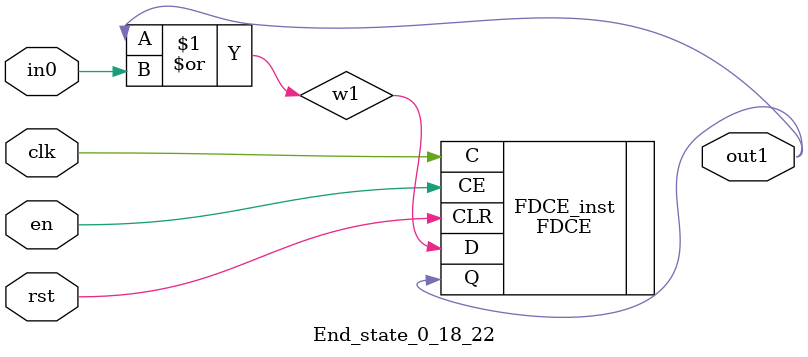
<source format=v>
module engine_0_18(out,clk,sod,en, in_45, in_0, in_7, in_8, in_12, in_13, in_14, in_16, in_17, in_37);
//pcre: /^SI\|Server\|[^\r\n]*\|\d+\x2E\d+\x2E\d+\x2E\d+\|/smi
//block char: \x7C[8], ^[9], I[0], S[0], \x2E[8], \d[5], v[0], r[0], e[0], [^\r\n][2], 

	input clk,sod,en;

	input in_45, in_0, in_7, in_8, in_12, in_13, in_14, in_16, in_17, in_37;
	output out;

	assign w0 = 1'b1;
	state_0_18_1 BlockState_0_18_1 (w1,in_0,clk,en,sod,w0);
	state_0_18_2 BlockState_0_18_2 (w2,in_8,clk,en,sod,w1);
	state_0_18_3 BlockState_0_18_3 (w3,in_7,clk,en,sod,w2);
	state_0_18_4 BlockState_0_18_4 (w4,in_45,clk,en,sod,w3);
	state_0_18_5 BlockState_0_18_5 (w5,in_8,clk,en,sod,w4);
	state_0_18_6 BlockState_0_18_6 (w6,in_17,clk,en,sod,w5);
	state_0_18_7 BlockState_0_18_7 (w7,in_16,clk,en,sod,w6);
	state_0_18_8 BlockState_0_18_8 (w8,in_14,clk,en,sod,w7);
	state_0_18_9 BlockState_0_18_9 (w9,in_17,clk,en,sod,w8);
	state_0_18_10 BlockState_0_18_10 (w10,in_16,clk,en,sod,w9);
	state_0_18_11 BlockState_0_18_11 (w11,in_45,clk,en,sod,w10);
	state_0_18_12 BlockState_0_18_12 (w12,in_37,clk,en,sod,w12,w11);
	state_0_18_13 BlockState_0_18_13 (w13,in_45,clk,en,sod,w11,w12);
	state_0_18_14 BlockState_0_18_14 (w14,in_13,clk,en,sod,w14,w13);
	state_0_18_15 BlockState_0_18_15 (w15,in_12,clk,en,sod,w14);
	state_0_18_16 BlockState_0_18_16 (w16,in_13,clk,en,sod,w16,w15);
	state_0_18_17 BlockState_0_18_17 (w17,in_12,clk,en,sod,w16);
	state_0_18_18 BlockState_0_18_18 (w18,in_13,clk,en,sod,w18,w17);
	state_0_18_19 BlockState_0_18_19 (w19,in_12,clk,en,sod,w18);
	state_0_18_20 BlockState_0_18_20 (w20,in_13,clk,en,sod,w20,w19);
	state_0_18_21 BlockState_0_18_21 (w21,in_45,clk,en,sod,w20);
	End_state_0_18_22 BlockState_0_18_22 (out,clk,en,sod,w21);
endmodule

module state_0_18_1(out1,in_char,clk,en,rst,in0);
	input in_char,clk,en,rst,in0;
	output out1;
	wire w1,w2;
	assign w1 = in0; 
	and(w2,in_char,w1);
	FDCE #(.INIT(1'b0)) FDCE_inst (
		.Q(out1),
		.C(clk),
		.CE(en),
		.CLR(rst),
		.D(w2)
);
endmodule

module state_0_18_2(out1,in_char,clk,en,rst,in0);
	input in_char,clk,en,rst,in0;
	output out1;
	wire w1,w2;
	assign w1 = in0; 
	and(w2,in_char,w1);
	FDCE #(.INIT(1'b0)) FDCE_inst (
		.Q(out1),
		.C(clk),
		.CE(en),
		.CLR(rst),
		.D(w2)
);
endmodule

module state_0_18_3(out1,in_char,clk,en,rst,in0);
	input in_char,clk,en,rst,in0;
	output out1;
	wire w1,w2;
	assign w1 = in0; 
	and(w2,in_char,w1);
	FDCE #(.INIT(1'b0)) FDCE_inst (
		.Q(out1),
		.C(clk),
		.CE(en),
		.CLR(rst),
		.D(w2)
);
endmodule

module state_0_18_4(out1,in_char,clk,en,rst,in0);
	input in_char,clk,en,rst,in0;
	output out1;
	wire w1,w2;
	assign w1 = in0; 
	and(w2,in_char,w1);
	FDCE #(.INIT(1'b0)) FDCE_inst (
		.Q(out1),
		.C(clk),
		.CE(en),
		.CLR(rst),
		.D(w2)
);
endmodule

module state_0_18_5(out1,in_char,clk,en,rst,in0);
	input in_char,clk,en,rst,in0;
	output out1;
	wire w1,w2;
	assign w1 = in0; 
	and(w2,in_char,w1);
	FDCE #(.INIT(1'b0)) FDCE_inst (
		.Q(out1),
		.C(clk),
		.CE(en),
		.CLR(rst),
		.D(w2)
);
endmodule

module state_0_18_6(out1,in_char,clk,en,rst,in0);
	input in_char,clk,en,rst,in0;
	output out1;
	wire w1,w2;
	assign w1 = in0; 
	and(w2,in_char,w1);
	FDCE #(.INIT(1'b0)) FDCE_inst (
		.Q(out1),
		.C(clk),
		.CE(en),
		.CLR(rst),
		.D(w2)
);
endmodule

module state_0_18_7(out1,in_char,clk,en,rst,in0);
	input in_char,clk,en,rst,in0;
	output out1;
	wire w1,w2;
	assign w1 = in0; 
	and(w2,in_char,w1);
	FDCE #(.INIT(1'b0)) FDCE_inst (
		.Q(out1),
		.C(clk),
		.CE(en),
		.CLR(rst),
		.D(w2)
);
endmodule

module state_0_18_8(out1,in_char,clk,en,rst,in0);
	input in_char,clk,en,rst,in0;
	output out1;
	wire w1,w2;
	assign w1 = in0; 
	and(w2,in_char,w1);
	FDCE #(.INIT(1'b0)) FDCE_inst (
		.Q(out1),
		.C(clk),
		.CE(en),
		.CLR(rst),
		.D(w2)
);
endmodule

module state_0_18_9(out1,in_char,clk,en,rst,in0);
	input in_char,clk,en,rst,in0;
	output out1;
	wire w1,w2;
	assign w1 = in0; 
	and(w2,in_char,w1);
	FDCE #(.INIT(1'b0)) FDCE_inst (
		.Q(out1),
		.C(clk),
		.CE(en),
		.CLR(rst),
		.D(w2)
);
endmodule

module state_0_18_10(out1,in_char,clk,en,rst,in0);
	input in_char,clk,en,rst,in0;
	output out1;
	wire w1,w2;
	assign w1 = in0; 
	and(w2,in_char,w1);
	FDCE #(.INIT(1'b0)) FDCE_inst (
		.Q(out1),
		.C(clk),
		.CE(en),
		.CLR(rst),
		.D(w2)
);
endmodule

module state_0_18_11(out1,in_char,clk,en,rst,in0);
	input in_char,clk,en,rst,in0;
	output out1;
	wire w1,w2;
	assign w1 = in0; 
	and(w2,in_char,w1);
	FDCE #(.INIT(1'b0)) FDCE_inst (
		.Q(out1),
		.C(clk),
		.CE(en),
		.CLR(rst),
		.D(w2)
);
endmodule

module state_0_18_12(out1,in_char,clk,en,rst,in0,in1);
	input in_char,clk,en,rst,in0,in1;
	output out1;
	wire w1,w2;
	or(w1,in0,in1);
	and(w2,in_char,w1);
	FDCE #(.INIT(1'b0)) FDCE_inst (
		.Q(out1),
		.C(clk),
		.CE(en),
		.CLR(rst),
		.D(w2)
);
endmodule

module state_0_18_13(out1,in_char,clk,en,rst,in0,in1);
	input in_char,clk,en,rst,in0,in1;
	output out1;
	wire w1,w2;
	or(w1,in0,in1);
	and(w2,in_char,w1);
	FDCE #(.INIT(1'b0)) FDCE_inst (
		.Q(out1),
		.C(clk),
		.CE(en),
		.CLR(rst),
		.D(w2)
);
endmodule

module state_0_18_14(out1,in_char,clk,en,rst,in0,in1);
	input in_char,clk,en,rst,in0,in1;
	output out1;
	wire w1,w2;
	or(w1,in0,in1);
	and(w2,in_char,w1);
	FDCE #(.INIT(1'b0)) FDCE_inst (
		.Q(out1),
		.C(clk),
		.CE(en),
		.CLR(rst),
		.D(w2)
);
endmodule

module state_0_18_15(out1,in_char,clk,en,rst,in0);
	input in_char,clk,en,rst,in0;
	output out1;
	wire w1,w2;
	assign w1 = in0; 
	and(w2,in_char,w1);
	FDCE #(.INIT(1'b0)) FDCE_inst (
		.Q(out1),
		.C(clk),
		.CE(en),
		.CLR(rst),
		.D(w2)
);
endmodule

module state_0_18_16(out1,in_char,clk,en,rst,in0,in1);
	input in_char,clk,en,rst,in0,in1;
	output out1;
	wire w1,w2;
	or(w1,in0,in1);
	and(w2,in_char,w1);
	FDCE #(.INIT(1'b0)) FDCE_inst (
		.Q(out1),
		.C(clk),
		.CE(en),
		.CLR(rst),
		.D(w2)
);
endmodule

module state_0_18_17(out1,in_char,clk,en,rst,in0);
	input in_char,clk,en,rst,in0;
	output out1;
	wire w1,w2;
	assign w1 = in0; 
	and(w2,in_char,w1);
	FDCE #(.INIT(1'b0)) FDCE_inst (
		.Q(out1),
		.C(clk),
		.CE(en),
		.CLR(rst),
		.D(w2)
);
endmodule

module state_0_18_18(out1,in_char,clk,en,rst,in0,in1);
	input in_char,clk,en,rst,in0,in1;
	output out1;
	wire w1,w2;
	or(w1,in0,in1);
	and(w2,in_char,w1);
	FDCE #(.INIT(1'b0)) FDCE_inst (
		.Q(out1),
		.C(clk),
		.CE(en),
		.CLR(rst),
		.D(w2)
);
endmodule

module state_0_18_19(out1,in_char,clk,en,rst,in0);
	input in_char,clk,en,rst,in0;
	output out1;
	wire w1,w2;
	assign w1 = in0; 
	and(w2,in_char,w1);
	FDCE #(.INIT(1'b0)) FDCE_inst (
		.Q(out1),
		.C(clk),
		.CE(en),
		.CLR(rst),
		.D(w2)
);
endmodule

module state_0_18_20(out1,in_char,clk,en,rst,in0,in1);
	input in_char,clk,en,rst,in0,in1;
	output out1;
	wire w1,w2;
	or(w1,in0,in1);
	and(w2,in_char,w1);
	FDCE #(.INIT(1'b0)) FDCE_inst (
		.Q(out1),
		.C(clk),
		.CE(en),
		.CLR(rst),
		.D(w2)
);
endmodule

module state_0_18_21(out1,in_char,clk,en,rst,in0);
	input in_char,clk,en,rst,in0;
	output out1;
	wire w1,w2;
	assign w1 = in0; 
	and(w2,in_char,w1);
	FDCE #(.INIT(1'b0)) FDCE_inst (
		.Q(out1),
		.C(clk),
		.CE(en),
		.CLR(rst),
		.D(w2)
);
endmodule

module End_state_0_18_22(out1,clk,en,rst,in0);
	input clk,rst,en,in0;
	output out1;
	wire w1;
	or(w1,out1,in0);
	FDCE #(.INIT(1'b0)) FDCE_inst (
		.Q(out1),
		.C(clk),
		.CE(en),
		.CLR(rst),
		.D(w1)
);
endmodule


</source>
